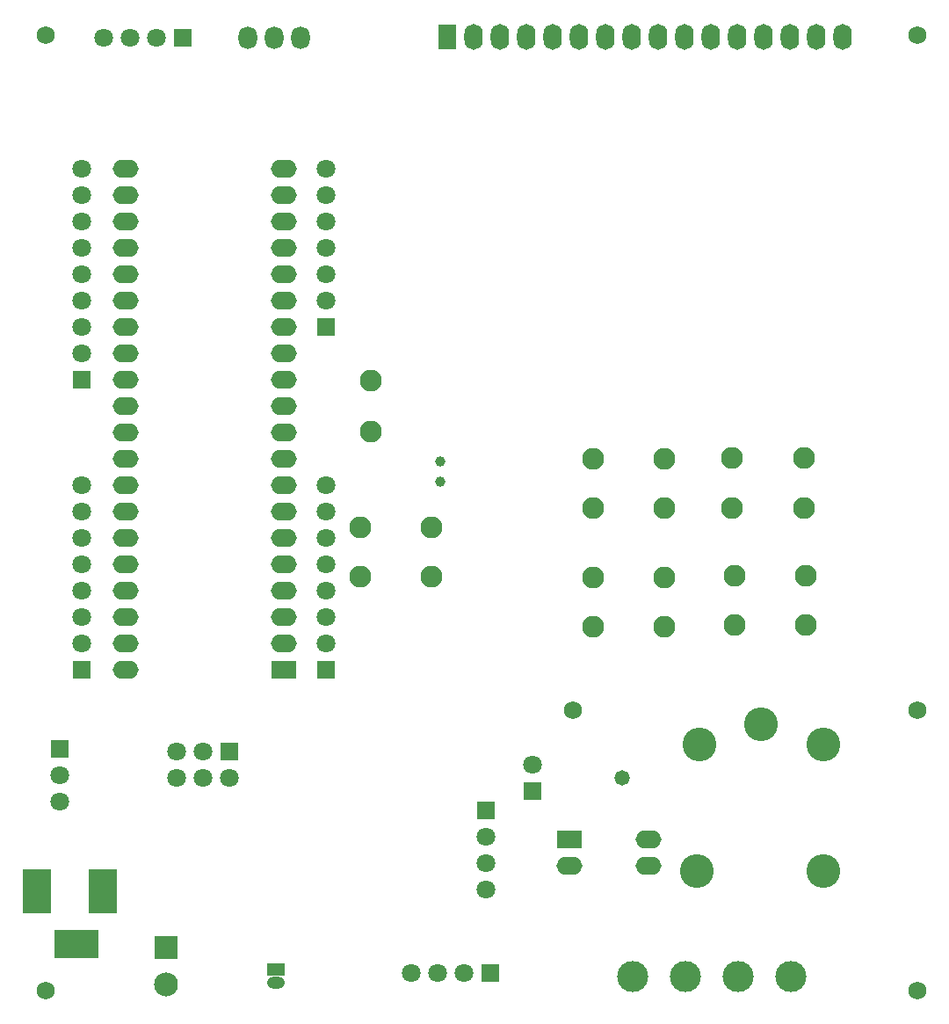
<source format=gbs>
G04*
G04 #@! TF.GenerationSoftware,Altium Limited,Altium Designer,22.10.1 (41)*
G04*
G04 Layer_Color=16711935*
%FSLAX25Y25*%
%MOIN*%
G70*
G04*
G04 #@! TF.SameCoordinates,D7D8B2A2-ADA4-419F-A72F-73B0DD1D3010*
G04*
G04*
G04 #@! TF.FilePolarity,Negative*
G04*
G01*
G75*
%ADD39R,0.16800X0.10800*%
%ADD40R,0.10800X0.16800*%
%ADD41C,0.06800*%
%ADD42C,0.07099*%
%ADD43R,0.07099X0.07099*%
%ADD44R,0.07099X0.07099*%
%ADD45R,0.09068X0.09068*%
%ADD46C,0.09068*%
%ADD47O,0.07000X0.09800*%
%ADD48R,0.07000X0.09800*%
%ADD49C,0.08300*%
%ADD50R,0.09800X0.06800*%
%ADD51O,0.09800X0.06800*%
%ADD52C,0.11800*%
%ADD53C,0.12800*%
%ADD54O,0.07099X0.08674*%
%ADD55R,0.06706X0.04737*%
%ADD56O,0.06706X0.04737*%
%ADD57C,0.05800*%
%ADD58C,0.03950*%
D39*
X23366Y29370D02*
D03*
D40*
X8366Y49370D02*
D03*
X33366D02*
D03*
D41*
X342520Y118110D02*
D03*
X211811D02*
D03*
X342520Y11811D02*
D03*
X11811Y374016D02*
D03*
X342520D02*
D03*
X11811Y11811D02*
D03*
D42*
X43701Y373228D02*
D03*
X53701D02*
D03*
X33701D02*
D03*
X178740Y50236D02*
D03*
Y60236D02*
D03*
Y70236D02*
D03*
X118000Y143500D02*
D03*
Y153500D02*
D03*
Y163500D02*
D03*
Y173500D02*
D03*
Y183500D02*
D03*
Y193500D02*
D03*
Y203500D02*
D03*
X160315Y18504D02*
D03*
X170315D02*
D03*
X150315D02*
D03*
X196339Y97500D02*
D03*
X81500Y92500D02*
D03*
X71500D02*
D03*
X61500D02*
D03*
X71500Y102500D02*
D03*
X61500D02*
D03*
X25500Y203500D02*
D03*
Y193500D02*
D03*
Y183500D02*
D03*
Y173500D02*
D03*
Y163500D02*
D03*
Y153500D02*
D03*
Y143500D02*
D03*
Y253500D02*
D03*
Y323500D02*
D03*
Y313500D02*
D03*
Y303500D02*
D03*
Y293500D02*
D03*
Y283500D02*
D03*
Y273500D02*
D03*
Y263500D02*
D03*
X118000Y283500D02*
D03*
Y273500D02*
D03*
Y293500D02*
D03*
Y303500D02*
D03*
Y313500D02*
D03*
Y323500D02*
D03*
X17000Y83500D02*
D03*
Y93500D02*
D03*
D43*
X63701Y373228D02*
D03*
X180315Y18504D02*
D03*
X81500Y102500D02*
D03*
D44*
X178740Y80236D02*
D03*
X118000Y133500D02*
D03*
X196339Y87500D02*
D03*
X25500Y133500D02*
D03*
Y243500D02*
D03*
X118000Y263500D02*
D03*
X17000Y103500D02*
D03*
D45*
X57500Y28000D02*
D03*
D46*
Y14220D02*
D03*
D47*
X314000Y373500D02*
D03*
X304000D02*
D03*
X294000D02*
D03*
X284000D02*
D03*
X274000D02*
D03*
X264000D02*
D03*
X254000D02*
D03*
X244000D02*
D03*
X234000D02*
D03*
X224000D02*
D03*
X214000D02*
D03*
X204000D02*
D03*
X194000D02*
D03*
X184000D02*
D03*
X174000D02*
D03*
D48*
X164000D02*
D03*
D49*
X272136Y194959D02*
D03*
X299236Y213759D02*
D03*
Y194959D02*
D03*
X272136Y213759D02*
D03*
X219436Y194759D02*
D03*
X246536Y213559D02*
D03*
Y194759D02*
D03*
X219436Y213559D02*
D03*
Y168559D02*
D03*
X246536Y149759D02*
D03*
Y168559D02*
D03*
X219436Y149759D02*
D03*
X272936Y169259D02*
D03*
X300036Y150459D02*
D03*
Y169259D02*
D03*
X272936Y150459D02*
D03*
X158100Y168700D02*
D03*
X131000Y187500D02*
D03*
Y168700D02*
D03*
X158100Y187500D02*
D03*
X135000Y223854D02*
D03*
Y243146D02*
D03*
D50*
X210339Y69000D02*
D03*
X102000Y133500D02*
D03*
D51*
X210339Y59000D02*
D03*
X240339D02*
D03*
Y69000D02*
D03*
X102000Y143500D02*
D03*
Y153500D02*
D03*
Y163500D02*
D03*
Y173500D02*
D03*
Y183500D02*
D03*
Y193500D02*
D03*
Y203500D02*
D03*
Y213500D02*
D03*
Y223500D02*
D03*
Y233500D02*
D03*
Y243500D02*
D03*
Y253500D02*
D03*
Y263500D02*
D03*
Y273500D02*
D03*
Y283500D02*
D03*
Y293500D02*
D03*
Y303500D02*
D03*
Y313500D02*
D03*
Y323500D02*
D03*
X42000Y133500D02*
D03*
Y143500D02*
D03*
Y153500D02*
D03*
Y163500D02*
D03*
Y173500D02*
D03*
Y183500D02*
D03*
Y193500D02*
D03*
Y203500D02*
D03*
Y213500D02*
D03*
Y223500D02*
D03*
Y233500D02*
D03*
Y243500D02*
D03*
Y253500D02*
D03*
Y263500D02*
D03*
Y273500D02*
D03*
Y283500D02*
D03*
Y293500D02*
D03*
Y303500D02*
D03*
Y313500D02*
D03*
Y323500D02*
D03*
D52*
X274339Y17000D02*
D03*
X294339D02*
D03*
X254339D02*
D03*
X234339D02*
D03*
D53*
X283217Y112906D02*
D03*
X306839Y57000D02*
D03*
X258839D02*
D03*
X306839Y105032D02*
D03*
X259594D02*
D03*
D54*
X88500Y373000D02*
D03*
X98500D02*
D03*
X108500D02*
D03*
D55*
X99213Y19685D02*
D03*
D56*
Y14685D02*
D03*
D57*
X230339Y92500D02*
D03*
D58*
X161417Y204724D02*
D03*
Y212598D02*
D03*
M02*

</source>
